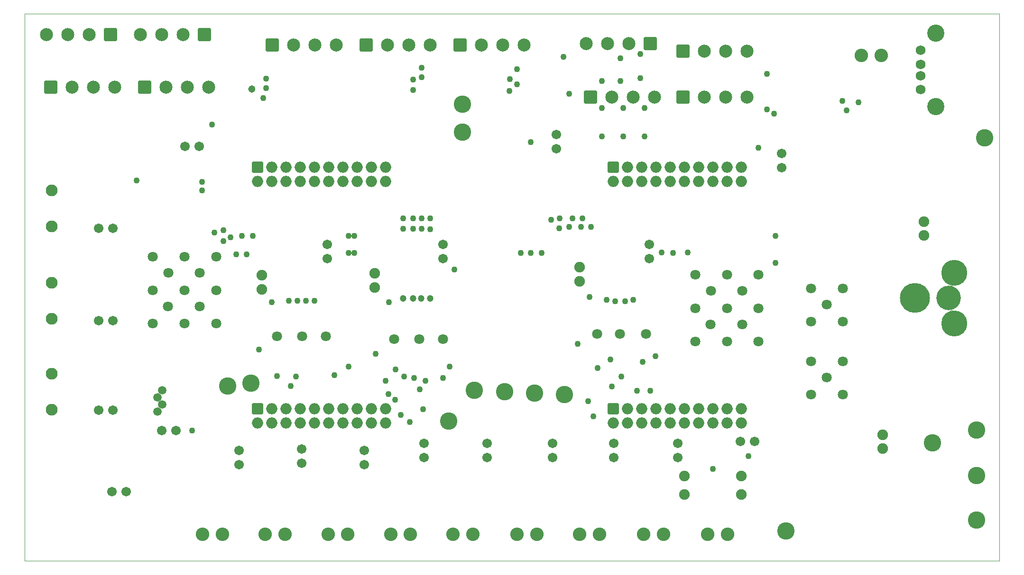
<source format=gbr>
%TF.GenerationSoftware,KiCad,Pcbnew,(6.0.0)*%
%TF.CreationDate,2022-10-28T18:20:09-04:00*%
%TF.ProjectId,Top_Level,546f705f-4c65-4766-956c-2e6b69636164,rev?*%
%TF.SameCoordinates,PX33f5838PY820f690*%
%TF.FileFunction,Soldermask,Bot*%
%TF.FilePolarity,Negative*%
%FSLAX46Y46*%
G04 Gerber Fmt 4.6, Leading zero omitted, Abs format (unit mm)*
G04 Created by KiCad (PCBNEW (6.0.0)) date 2022-10-28 18:20:09*
%MOMM*%
%LPD*%
G01*
G04 APERTURE LIST*
G04 Aperture macros list*
%AMRoundRect*
0 Rectangle with rounded corners*
0 $1 Rounding radius*
0 $2 $3 $4 $5 $6 $7 $8 $9 X,Y pos of 4 corners*
0 Add a 4 corners polygon primitive as box body*
4,1,4,$2,$3,$4,$5,$6,$7,$8,$9,$2,$3,0*
0 Add four circle primitives for the rounded corners*
1,1,$1+$1,$2,$3*
1,1,$1+$1,$4,$5*
1,1,$1+$1,$6,$7*
1,1,$1+$1,$8,$9*
0 Add four rect primitives between the rounded corners*
20,1,$1+$1,$2,$3,$4,$5,0*
20,1,$1+$1,$4,$5,$6,$7,0*
20,1,$1+$1,$6,$7,$8,$9,0*
20,1,$1+$1,$8,$9,$2,$3,0*%
G04 Aperture macros list end*
%TA.AperFunction,Profile*%
%ADD10C,0.100000*%
%TD*%
%ADD11C,1.704800*%
%ADD12C,3.104800*%
%ADD13C,2.404800*%
%ADD14C,1.727200*%
%ADD15C,3.073400*%
%ADD16RoundRect,0.152400X0.850000X-0.850000X0.850000X0.850000X-0.850000X0.850000X-0.850000X-0.850000X0*%
%ADD17O,2.004800X2.004800*%
%ADD18RoundRect,0.152400X-1.012500X-1.012500X1.012500X-1.012500X1.012500X1.012500X-1.012500X1.012500X0*%
%ADD19C,2.329800*%
%ADD20C,1.504800*%
%ADD21C,1.904800*%
%ADD22RoundRect,0.152400X1.012500X1.012500X-1.012500X1.012500X-1.012500X-1.012500X1.012500X-1.012500X0*%
%ADD23O,1.904800X1.904800*%
%ADD24C,2.104800*%
%ADD25C,5.344800*%
%ADD26C,4.369800*%
%ADD27C,4.639800*%
%ADD28C,1.104800*%
%ADD29C,1.804800*%
%ADD30C,1.304800*%
%ADD31C,1.193800*%
G04 APERTURE END LIST*
D10*
X0Y0D02*
X173990000Y0D01*
X173990000Y0D02*
X173990000Y97790000D01*
X173990000Y97790000D02*
X0Y97790000D01*
X0Y97790000D02*
X0Y0D01*
X0Y0D02*
X173990000Y0D01*
X173990000Y0D02*
X173990000Y97790000D01*
X173990000Y97790000D02*
X0Y97790000D01*
X0Y97790000D02*
X0Y0D01*
D11*
%TO.C,JP2*%
X111506000Y56622000D03*
X111506000Y54082000D03*
%TD*%
D12*
%TO.C,TP15*%
X135890000Y5334000D03*
%TD*%
D13*
%TO.C,J21*%
X42954000Y4806000D03*
X46454000Y4806000D03*
%TD*%
%TO.C,J9*%
X110518000Y4806000D03*
X114018000Y4806000D03*
%TD*%
D14*
%TO.C,J6*%
X159919000Y84278099D03*
X159919000Y86778099D03*
X159919000Y88778100D03*
X159919000Y91278100D03*
D15*
X162629000Y81208100D03*
X162629000Y94348099D03*
%TD*%
D11*
%TO.C,JP15*%
X28595000Y74148000D03*
X31135000Y74148000D03*
%TD*%
D16*
%TO.C,J4-J2*%
X41529000Y70358000D03*
D17*
X41529000Y67818000D03*
X44069000Y70358000D03*
X44069000Y67818000D03*
X46609000Y70358000D03*
X46609000Y67818000D03*
X49149000Y70358000D03*
X49149000Y67818000D03*
X51689000Y70358000D03*
X51689000Y67818000D03*
X54229000Y70358000D03*
X54229000Y67818000D03*
X56769000Y70358000D03*
X56769000Y67818000D03*
X59309000Y70358000D03*
X59309000Y67818000D03*
X61849000Y70358000D03*
X61849000Y67818000D03*
X64389000Y70358000D03*
X64389000Y67818000D03*
%TD*%
D18*
%TO.C,J18*%
X21417992Y84691114D03*
D19*
X25227992Y84691114D03*
X29037992Y84691114D03*
X32847992Y84691114D03*
%TD*%
D20*
%TO.C,LED1*%
X24511000Y30501000D03*
X23711000Y29231000D03*
X24511000Y27961000D03*
X23711000Y26691000D03*
%TD*%
D21*
%TO.C,C28*%
X153162000Y22586000D03*
X153162000Y20086000D03*
%TD*%
D18*
%TO.C,J4*%
X44214000Y92264000D03*
D19*
X48024000Y92264000D03*
X51834000Y92264000D03*
X55644000Y92264000D03*
%TD*%
D11*
%TO.C,JP20*%
X60579000Y19772000D03*
X60579000Y17232000D03*
%TD*%
D18*
%TO.C,J16*%
X4640753Y84691114D03*
D19*
X8450753Y84691114D03*
X12260753Y84691114D03*
X16070753Y84691114D03*
%TD*%
D22*
%TO.C,J14*%
X32063753Y94145650D03*
D19*
X28253753Y94145650D03*
X24443753Y94145650D03*
X20633753Y94145650D03*
%TD*%
D12*
%TO.C,TP7*%
X90982800Y30002800D03*
%TD*%
D11*
%TO.C,JP10*%
X127782000Y21336000D03*
X130322000Y21336000D03*
%TD*%
%TO.C,JP13*%
X105156000Y21042000D03*
X105156000Y18502000D03*
%TD*%
%TO.C,JP8*%
X116614000Y21042000D03*
X116614000Y18502000D03*
%TD*%
D18*
%TO.C,J19*%
X101044463Y82921000D03*
D19*
X104854463Y82921000D03*
X108664463Y82921000D03*
X112474463Y82921000D03*
%TD*%
D12*
%TO.C,TP3*%
X40386000Y31780800D03*
%TD*%
D16*
%TO.C,J8-J6*%
X105029000Y70358000D03*
D17*
X105029000Y67818000D03*
X107569000Y70358000D03*
X107569000Y67818000D03*
X110109000Y70358000D03*
X110109000Y67818000D03*
X112649000Y70358000D03*
X112649000Y67818000D03*
X115189000Y70358000D03*
X115189000Y67818000D03*
X117729000Y70358000D03*
X117729000Y67818000D03*
X120269000Y70358000D03*
X120269000Y67818000D03*
X122809000Y70358000D03*
X122809000Y67818000D03*
X125349000Y70358000D03*
X125349000Y67818000D03*
X127889000Y70358000D03*
X127889000Y67818000D03*
%TD*%
D11*
%TO.C,JP18*%
X49403000Y20026000D03*
X49403000Y17486000D03*
%TD*%
D13*
%TO.C,J23*%
X54178000Y4806000D03*
X57678000Y4806000D03*
%TD*%
D11*
%TO.C,JP11*%
X135128000Y72878000D03*
X135128000Y70338000D03*
%TD*%
D12*
%TO.C,TP4*%
X96342200Y29723400D03*
%TD*%
%TO.C,TP14*%
X171323000Y75672000D03*
%TD*%
D18*
%TO.C,J3*%
X60978000Y92264000D03*
D19*
X64788000Y92264000D03*
X68598000Y92264000D03*
X72408000Y92264000D03*
%TD*%
D16*
%TO.C,J1-J3*%
X41529000Y27178000D03*
D17*
X41529000Y24638000D03*
X44069000Y27178000D03*
X44069000Y24638000D03*
X46609000Y27178000D03*
X46609000Y24638000D03*
X49149000Y27178000D03*
X49149000Y24638000D03*
X51689000Y27178000D03*
X51689000Y24638000D03*
X54229000Y27178000D03*
X54229000Y24638000D03*
X56769000Y27178000D03*
X56769000Y24638000D03*
X59309000Y27178000D03*
X59309000Y24638000D03*
X61849000Y27178000D03*
X61849000Y24638000D03*
X64389000Y27178000D03*
X64389000Y24638000D03*
%TD*%
D12*
%TO.C,TP1*%
X75666600Y24999000D03*
%TD*%
D21*
%TO.C,C19*%
X62458600Y48895000D03*
X62458600Y51395000D03*
%TD*%
%TO.C,R16*%
X117729000Y15220000D03*
D23*
X127889000Y15220000D03*
%TD*%
D11*
%TO.C,JP12*%
X15728000Y26924000D03*
X13188000Y26924000D03*
%TD*%
D24*
%TO.C,S2*%
X4826000Y66250000D03*
X4826000Y59850000D03*
%TD*%
D13*
%TO.C,J2*%
X149380000Y90386000D03*
X152880000Y90386000D03*
%TD*%
D11*
%TO.C,JP14*%
X27031000Y23348000D03*
X24491000Y23348000D03*
%TD*%
D24*
%TO.C,S1*%
X4826000Y49740000D03*
X4826000Y43340000D03*
%TD*%
D22*
%TO.C,J12*%
X15290753Y94145650D03*
D19*
X11480753Y94145650D03*
X7670753Y94145650D03*
X3860753Y94145650D03*
%TD*%
D11*
%TO.C,JP4*%
X15728000Y42926000D03*
X13188000Y42926000D03*
%TD*%
%TO.C,JP16*%
X94869000Y73660000D03*
X94869000Y76200000D03*
%TD*%
%TO.C,JP5*%
X15728000Y59436000D03*
X13188000Y59436000D03*
%TD*%
D18*
%TO.C,J17*%
X117545463Y82921000D03*
D19*
X121355463Y82921000D03*
X125165463Y82921000D03*
X128975463Y82921000D03*
%TD*%
D21*
%TO.C,C1*%
X42354500Y48584800D03*
X42354500Y51084800D03*
%TD*%
%TO.C,C27*%
X160528000Y58186000D03*
X160528000Y60686000D03*
%TD*%
D11*
%TO.C,JP9*%
X74676000Y56622000D03*
X74676000Y54082000D03*
%TD*%
D12*
%TO.C,TP10*%
X169926000Y23368000D03*
%TD*%
%TO.C,TP9*%
X80238600Y30536200D03*
%TD*%
D11*
%TO.C,JP7*%
X18141000Y12426000D03*
X15601000Y12426000D03*
%TD*%
D13*
%TO.C,J7*%
X87912000Y4806000D03*
X91412000Y4806000D03*
%TD*%
D12*
%TO.C,TP12*%
X169926000Y15240000D03*
%TD*%
%TO.C,TP11*%
X169926000Y7310735D03*
%TD*%
D11*
%TO.C,JP1*%
X54013100Y56622000D03*
X54013100Y54082000D03*
%TD*%
D12*
%TO.C,TP8*%
X85648800Y30256800D03*
%TD*%
D11*
%TO.C,JP6*%
X82550000Y21042000D03*
X82550000Y18502000D03*
%TD*%
D21*
%TO.C,R15*%
X117729000Y11918000D03*
D23*
X127889000Y11918000D03*
%TD*%
D21*
%TO.C,C7*%
X99036722Y50013812D03*
X99036722Y52513812D03*
%TD*%
D11*
%TO.C,JP3*%
X94234000Y21042000D03*
X94234000Y18502000D03*
%TD*%
D13*
%TO.C,J1*%
X121948000Y4806000D03*
X125448000Y4806000D03*
%TD*%
%TO.C,J22*%
X65334000Y4806000D03*
X68834000Y4806000D03*
%TD*%
%TO.C,J11*%
X99088000Y4806000D03*
X102588000Y4806000D03*
%TD*%
D18*
%TO.C,J5*%
X77733000Y92264000D03*
D19*
X81543000Y92264000D03*
X85353000Y92264000D03*
X89163000Y92264000D03*
%TD*%
D24*
%TO.C,S3*%
X4826000Y33484000D03*
X4826000Y27084000D03*
%TD*%
D12*
%TO.C,TP6*%
X78105000Y81691800D03*
%TD*%
D22*
%TO.C,J15*%
X111694463Y92511000D03*
D19*
X107884463Y92511000D03*
X104074463Y92511000D03*
X100264463Y92511000D03*
%TD*%
D11*
%TO.C,JP19*%
X71247000Y21042000D03*
X71247000Y18502000D03*
%TD*%
D13*
%TO.C,J20*%
X31778000Y4806000D03*
X35278000Y4806000D03*
%TD*%
%TO.C,J8*%
X76482000Y4806000D03*
X79982000Y4806000D03*
%TD*%
D12*
%TO.C,TP5*%
X78105000Y76662600D03*
%TD*%
D11*
%TO.C,JP17*%
X38227000Y19772000D03*
X38227000Y17232000D03*
%TD*%
D16*
%TO.C,J5-J7*%
X105029000Y27178000D03*
D17*
X105029000Y24638000D03*
X107569000Y27178000D03*
X107569000Y24638000D03*
X110109000Y27178000D03*
X110109000Y24638000D03*
X112649000Y27178000D03*
X112649000Y24638000D03*
X115189000Y27178000D03*
X115189000Y24638000D03*
X117729000Y27178000D03*
X117729000Y24638000D03*
X120269000Y27178000D03*
X120269000Y24638000D03*
X122809000Y27178000D03*
X122809000Y24638000D03*
X125349000Y27178000D03*
X125349000Y24638000D03*
X127889000Y27178000D03*
X127889000Y24638000D03*
%TD*%
D12*
%TO.C,TP2*%
X36245800Y31323600D03*
%TD*%
D18*
%TO.C,J13*%
X117545463Y91111000D03*
D19*
X121355463Y91111000D03*
X125165463Y91111000D03*
X128975463Y91111000D03*
%TD*%
D25*
%TO.C,J10*%
X158922000Y46990000D03*
D26*
X164922000Y46990000D03*
D27*
X165922000Y51490000D03*
X165922000Y42490000D03*
%TD*%
D12*
%TO.C,TP13*%
X162052000Y21082000D03*
%TD*%
D28*
X43103800Y86258400D03*
X35458400Y57180800D03*
X36703000Y57861200D03*
X40747000Y58146000D03*
X39629400Y54844000D03*
X70891400Y86461600D03*
X70891400Y88163400D03*
X69342000Y84226400D03*
X69342000Y86029800D03*
D29*
X28498800Y42474200D03*
D28*
X44132500Y46278800D03*
X109321600Y30434600D03*
X100814722Y47199812D03*
X97155000Y83546000D03*
D29*
X125349000Y45192000D03*
X22860000Y48392400D03*
X34163000Y42474200D03*
X106224922Y40618900D03*
D28*
X111658400Y30434600D03*
D29*
X65964482Y39674300D03*
X131013200Y45192000D03*
X25603200Y45522200D03*
X31267400Y51516600D03*
X131013200Y51186400D03*
X125349000Y51186400D03*
D28*
X65024682Y46252900D03*
X148844000Y82022000D03*
X33401000Y78034200D03*
D29*
X140411200Y35712400D03*
X34163000Y54386800D03*
X119710200Y51186400D03*
X31267400Y45522200D03*
D30*
X40526204Y84354635D03*
D29*
X125349000Y39273800D03*
X119710200Y39273800D03*
X119710200Y45192000D03*
X146050000Y35712400D03*
X53759100Y40132000D03*
D28*
X122809000Y16490000D03*
D29*
X140411200Y29794200D03*
X143154400Y45872400D03*
X128117600Y42321800D03*
X22860000Y42474200D03*
X25654000Y51516600D03*
X146050000Y29794200D03*
X102186322Y40618900D03*
X49568100Y40132000D03*
X70460282Y39674300D03*
X140411200Y48742600D03*
X22860000Y54386800D03*
X28498800Y48392400D03*
X110873122Y40618900D03*
X74651282Y39674300D03*
D28*
X76708000Y52070000D03*
D29*
X122504200Y48316200D03*
X45072300Y40132000D03*
X140411200Y42824400D03*
D28*
X132461000Y87102000D03*
D29*
X143154400Y32842200D03*
D28*
X29845000Y23348000D03*
D29*
X122453400Y42321800D03*
X28498800Y54386800D03*
X128117600Y48316200D03*
X146050000Y48742600D03*
X34163000Y48392400D03*
X146050000Y42824400D03*
X131013200Y39273800D03*
D28*
X45008800Y33025400D03*
X55245000Y33254000D03*
X112574000Y36631000D03*
X102235000Y34524000D03*
X90297000Y74910000D03*
X130937000Y73894000D03*
X133985000Y53320000D03*
X133985000Y58146000D03*
X31623000Y67798000D03*
X19939000Y68052000D03*
X31623000Y66274000D03*
X38735000Y58146000D03*
X51752500Y46532800D03*
X35433000Y59162000D03*
X50228500Y46532800D03*
X33883600Y58704800D03*
X48704500Y46532800D03*
X47180500Y46532800D03*
X37719000Y54844000D03*
X41783000Y37826000D03*
X62611000Y37064000D03*
X98679000Y38842000D03*
X57785000Y34768695D03*
X47523400Y31259500D03*
X58801000Y58146000D03*
X58801000Y55098000D03*
X67741800Y33000000D03*
X48387000Y33000000D03*
X104521000Y36048000D03*
X68707000Y24821200D03*
X57785000Y55098000D03*
X57785000Y58146000D03*
X101117400Y59766200D03*
X99568000Y61214000D03*
X108651222Y46691812D03*
X107164722Y46437812D03*
X87884000Y87884000D03*
X99288600Y59740800D03*
X87884000Y85217000D03*
X97790000Y61214000D03*
X105386722Y46437812D03*
X95504000Y61214000D03*
X86563200Y84023200D03*
X86614000Y86106000D03*
X97180400Y59690000D03*
X95402400Y59486800D03*
X93980000Y60960000D03*
X103862722Y46691812D03*
X104851200Y31222000D03*
X106502200Y33000000D03*
X110333000Y35615000D03*
X72390000Y61214000D03*
X72415400Y59334400D03*
D31*
X72390000Y46939200D03*
D28*
X70891400Y61214000D03*
D31*
X70764400Y46913800D03*
D28*
X70891400Y59359800D03*
X69342000Y61214000D03*
D31*
X69342000Y46913800D03*
D28*
X69316600Y59359800D03*
X67564000Y61214000D03*
D31*
X67589400Y46913800D03*
D28*
X67564000Y59385200D03*
X64389000Y32238000D03*
X69469000Y32746000D03*
X67132200Y26142000D03*
X70485000Y30708600D03*
X71145400Y27158000D03*
X71501000Y32181800D03*
X100584000Y28555000D03*
X74676000Y32746000D03*
X75819000Y34778000D03*
X66167000Y34270000D03*
X129159000Y18776000D03*
X101473000Y25888000D03*
X43103800Y84556600D03*
X42545000Y82784000D03*
X109855000Y86340000D03*
X110617000Y81006000D03*
X109855000Y90658000D03*
X110617000Y75926000D03*
X106299000Y85832000D03*
X106807000Y81006000D03*
X106299000Y89896000D03*
X106807000Y75926000D03*
X102997000Y85832000D03*
X102997000Y81006000D03*
X102997000Y75926000D03*
X96139000Y90150000D03*
X132461000Y80752000D03*
X145923000Y82276000D03*
X133731000Y79990000D03*
X146761200Y80594200D03*
X90322400Y55092600D03*
X88519000Y55092600D03*
X92303600Y55092600D03*
X66116200Y28803600D03*
X64897000Y29870400D03*
X113715800Y55194200D03*
X115755000Y55098000D03*
X118389400Y55143400D03*
G36*
X23903842Y27524015D02*
G01*
X23916476Y27503154D01*
X24032684Y27382818D01*
X24172667Y27291215D01*
X24329469Y27232901D01*
X24380823Y27226049D01*
X24382408Y27224829D01*
X24382144Y27222847D01*
X24381073Y27222134D01*
X24335907Y27210117D01*
X24312338Y27169457D01*
X24321019Y27129308D01*
X24320407Y27127403D01*
X24318453Y27126981D01*
X24317368Y27127825D01*
X24299073Y27157103D01*
X24181199Y27275803D01*
X24039945Y27365445D01*
X23882352Y27421561D01*
X23840798Y27426516D01*
X23839197Y27427714D01*
X23839434Y27429700D01*
X23840494Y27430427D01*
X23885488Y27443075D01*
X23908496Y27484075D01*
X23900176Y27522556D01*
X23900788Y27524461D01*
X23902742Y27524883D01*
X23903842Y27524015D01*
G37*
G36*
X24321387Y28796757D02*
G01*
X24321559Y28795483D01*
X24312561Y28749619D01*
X24338773Y28710610D01*
X24378665Y28700812D01*
X24380109Y28699428D01*
X24379632Y28697486D01*
X24378397Y28696881D01*
X24349865Y28693882D01*
X24191500Y28639971D01*
X24049016Y28552314D01*
X23929491Y28435267D01*
X23903450Y28394860D01*
X23901671Y28393945D01*
X23899990Y28395029D01*
X23899801Y28396301D01*
X23908158Y28442284D01*
X23881394Y28480936D01*
X23843157Y28490328D01*
X23841713Y28491712D01*
X23842190Y28493654D01*
X23843453Y28494262D01*
X23861888Y28495940D01*
X24020988Y28547634D01*
X24164685Y28633295D01*
X24285828Y28748658D01*
X24317930Y28796975D01*
X24319722Y28797864D01*
X24321387Y28796757D01*
G37*
G36*
X23903842Y30064015D02*
G01*
X23916476Y30043154D01*
X24032684Y29922818D01*
X24172667Y29831215D01*
X24329469Y29772901D01*
X24380823Y29766049D01*
X24382408Y29764829D01*
X24382144Y29762847D01*
X24381073Y29762134D01*
X24335907Y29750117D01*
X24312338Y29709457D01*
X24321019Y29669308D01*
X24320407Y29667403D01*
X24318453Y29666981D01*
X24317368Y29667825D01*
X24299073Y29697103D01*
X24181199Y29815803D01*
X24039945Y29905445D01*
X23882352Y29961561D01*
X23840798Y29966516D01*
X23839197Y29967714D01*
X23839434Y29969700D01*
X23840494Y29970427D01*
X23885488Y29983075D01*
X23908496Y30024075D01*
X23900176Y30062556D01*
X23900788Y30064461D01*
X23902742Y30064883D01*
X23903842Y30064015D01*
G37*
G36*
X165577779Y44909469D02*
G01*
X165578286Y44907534D01*
X165577676Y44906558D01*
X165545098Y44877988D01*
X165542028Y44831146D01*
X165573030Y44795795D01*
X165612337Y44790620D01*
X165613924Y44789402D01*
X165613663Y44787419D01*
X165612466Y44786675D01*
X165322083Y44728914D01*
X165233447Y44698826D01*
X165231485Y44699216D01*
X165230842Y44701110D01*
X165231485Y44702224D01*
X165267137Y44733490D01*
X165270207Y44780332D01*
X165239157Y44815739D01*
X165207843Y44821967D01*
X165120070Y44816214D01*
X165118276Y44817099D01*
X165118145Y44819095D01*
X165119699Y44820196D01*
X165331032Y44845770D01*
X165575849Y44909997D01*
X165577779Y44909469D01*
G37*
G36*
X165322083Y49251086D02*
G01*
X165612537Y49193310D01*
X165614041Y49191991D01*
X165613651Y49190029D01*
X165612537Y49189386D01*
X165566032Y49180138D01*
X165539951Y49141107D01*
X165549123Y49094991D01*
X165580508Y49070909D01*
X165581273Y49069061D01*
X165580055Y49067474D01*
X165578742Y49067399D01*
X165375852Y49125194D01*
X165143687Y49158235D01*
X165142113Y49159469D01*
X165142395Y49161449D01*
X165144100Y49162211D01*
X165207709Y49158042D01*
X165252568Y49173270D01*
X165273331Y49215372D01*
X165258193Y49259965D01*
X165231861Y49277559D01*
X165230976Y49279353D01*
X165232087Y49281016D01*
X165233615Y49281116D01*
X165322083Y49251086D01*
G37*
M02*

</source>
